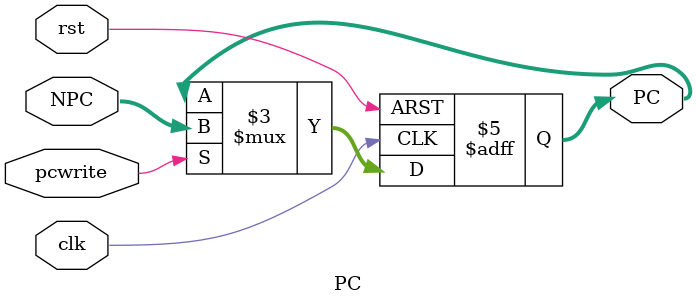
<source format=v>
module PC( clk, rst,pcwrite, NPC, PC );

  input   clk;
  input   rst;
  input pcwrite;
  input   [31:0] NPC;
  output reg  [31:0] PC;
  always @(posedge clk, posedge rst)
  begin
    if (rst) 
      PC = 32'h0000_0000;
//      PC <= 32'h0000_3000;
    else
    if(pcwrite)
    begin
      PC = NPC;
    end
//$display("PC is %h",PC);
  end
endmodule
</source>
